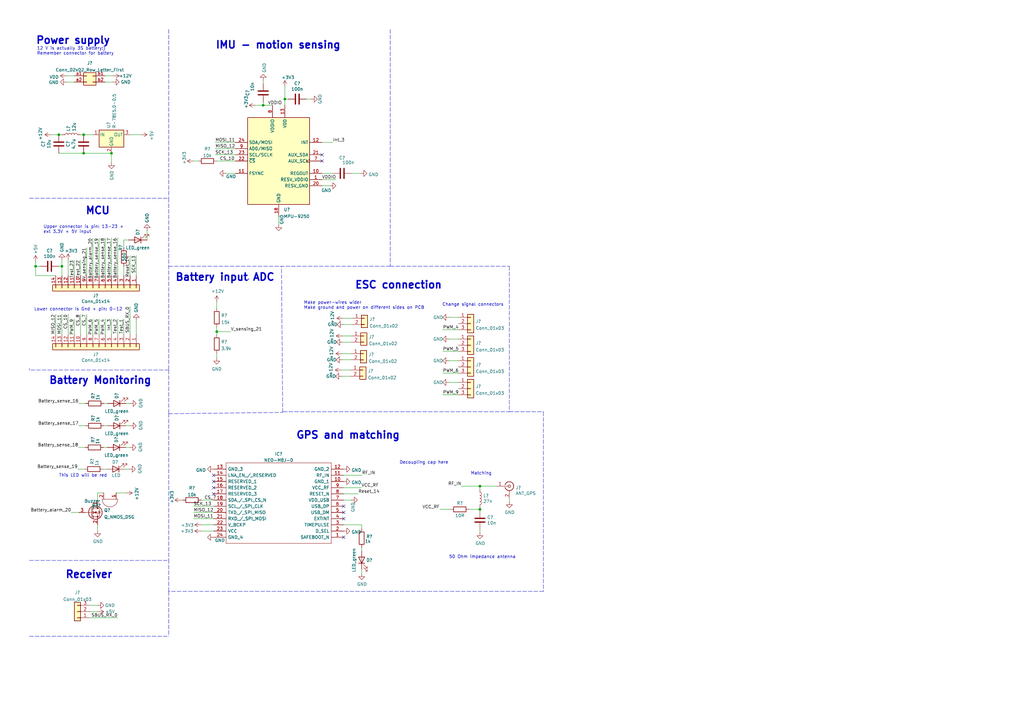
<source format=kicad_sch>
(kicad_sch (version 20211123) (generator eeschema)
  (paper "A3")
  (lib_symbols
    (symbol "Conn_01x14_1" (pin_names (offset 1.016) hide)
      (property "Reference" "J" (at 0 17.78 0))
      (property "Value" "Conn_01x14_1" (at 0 -20.32 0))
      (symbol "Conn_01x14_1_1_1"
        (rectangle (start -1.27 -17.653) (end 0 -17.907) (stroke (width 0.1524)))
        (rectangle (start -1.27 -15.113) (end 0 -15.367) (stroke (width 0.1524)))
        (rectangle (start -1.27 -12.573) (end 0 -12.827) (stroke (width 0.1524)))
        (rectangle (start -1.27 -10.033) (end 0 -10.287) (stroke (width 0.1524)))
        (rectangle (start -1.27 -7.493) (end 0 -7.747) (stroke (width 0.1524)))
        (rectangle (start -1.27 -4.953) (end 0 -5.207) (stroke (width 0.1524)))
        (rectangle (start -1.27 -2.413) (end 0 -2.667) (stroke (width 0.1524)))
        (rectangle (start -1.27 0.127) (end 0 -0.127) (stroke (width 0.1524)))
        (rectangle (start -1.27 2.667) (end 0 2.413) (stroke (width 0.1524)))
        (rectangle (start -1.27 5.207) (end 0 4.953) (stroke (width 0.1524)))
        (rectangle (start -1.27 7.747) (end 0 7.493) (stroke (width 0.1524)))
        (rectangle (start -1.27 10.287) (end 0 10.033) (stroke (width 0.1524)))
        (rectangle (start -1.27 12.827) (end 0 12.573) (stroke (width 0.1524)))
        (rectangle (start -1.27 15.367) (end 0 15.113) (stroke (width 0.1524)))
        (rectangle (start -1.27 16.51) (end 1.27 -19.05) (stroke (width 0.254)) (fill (type background)))
        (pin passive line (at -5.08 15.24 0) (length 3.81) (name "Pin_1") (number "1"))
        (pin passive line (at -5.08 -7.62 0) (length 3.81) (name "Pin_10") (number "10"))
        (pin passive line (at -5.08 -10.16 0) (length 3.81) (name "Pin_11") (number "11"))
        (pin passive line (at -5.08 -12.7 0) (length 3.81) (name "Pin_12") (number "12"))
        (pin passive line (at -5.08 -15.24 0) (length 3.81) (name "Pin_13") (number "13"))
        (pin passive line (at -5.08 -17.78 0) (length 3.81) (name "Pin_14") (number "14"))
        (pin passive line (at -5.08 12.7 0) (length 3.81) (name "Pin_2") (number "2"))
        (pin passive line (at -5.08 10.16 0) (length 3.81) (name "Pin_3") (number "3"))
        (pin passive line (at -5.08 7.62 0) (length 3.81) (name "Pin_4") (number "4"))
        (pin passive line (at -5.08 5.08 0) (length 3.81) (name "Pin_5") (number "5"))
        (pin passive line (at -5.08 2.54 0) (length 3.81) (name "Pin_6") (number "6"))
        (pin passive line (at -5.08 0 0) (length 3.81) (name "Pin_7") (number "7"))
        (pin passive line (at -5.08 -2.54 0) (length 3.81) (name "Pin_8") (number "8"))
        (pin passive line (at -5.08 -5.08 0) (length 3.81) (name "Pin_9") (number "9"))
      )
    )
    (symbol "Connector:Conn_Coaxial" (pin_names (offset 1.016) hide)
      (property "Reference" "J" (at 0.254 3.048 0))
      (property "Value" "Conn_Coaxial" (at 2.921 0 90))
      (symbol "Conn_Coaxial_0_1"
        (arc (start -1.778 -0.508) (mid 0.222 -1.808) (end 1.778 0) (stroke (width 0.254)))
        (polyline (pts (xy -2.54 0) (xy -0.508 0)))
        (polyline (pts (xy 0 -2.54) (xy 0 -1.778)))
        (circle (center 0 0) (radius 0.508) (stroke (width 0.2032)))
        (arc (start 1.778 0) (mid 0.222 1.8083) (end -1.778 0.508) (stroke (width 0.254)))
      )
      (symbol "Conn_Coaxial_1_1"
        (pin passive line (at -5.08 0 0) (length 2.54) (name "In") (number "1"))
        (pin passive line (at 0 -5.08 90) (length 2.54) (name "Ext") (number "2"))
      )
    )
    (symbol "Connector_Generic:Conn_01x02" (pin_names (offset 1.016) hide)
      (property "Reference" "J" (at 0 2.54 0))
      (property "Value" "Conn_01x02" (at 0 -5.08 0))
      (symbol "Conn_01x02_1_1"
        (rectangle (start -1.27 -2.413) (end 0 -2.667) (stroke (width 0.1524)))
        (rectangle (start -1.27 0.127) (end 0 -0.127) (stroke (width 0.1524)))
        (rectangle (start -1.27 1.27) (end 1.27 -3.81) (stroke (width 0.254)) (fill (type background)))
        (pin passive line (at -5.08 0 0) (length 3.81) (name "Pin_1") (number "1"))
        (pin passive line (at -5.08 -2.54 0) (length 3.81) (name "Pin_2") (number "2"))
      )
    )
    (symbol "Connector_Generic:Conn_01x03" (pin_names (offset 1.016) hide)
      (property "Reference" "J" (at 0 5.08 0))
      (property "Value" "Conn_01x03" (at 0 -5.08 0))
      (symbol "Conn_01x03_1_1"
        (rectangle (start -1.27 -2.413) (end 0 -2.667) (stroke (width 0.1524)))
        (rectangle (start -1.27 0.127) (end 0 -0.127) (stroke (width 0.1524)))
        (rectangle (start -1.27 2.667) (end 0 2.413) (stroke (width 0.1524)))
        (rectangle (start -1.27 3.81) (end 1.27 -3.81) (stroke (width 0.254)) (fill (type background)))
        (pin passive line (at -5.08 2.54 0) (length 3.81) (name "Pin_1") (number "1"))
        (pin passive line (at -5.08 0 0) (length 3.81) (name "Pin_2") (number "2"))
        (pin passive line (at -5.08 -2.54 0) (length 3.81) (name "Pin_3") (number "3"))
      )
    )
    (symbol "Connector_Generic:Conn_01x14" (pin_names (offset 1.016) hide)
      (property "Reference" "J" (at 0 17.78 0))
      (property "Value" "Conn_01x14" (at 0 -20.32 0))
      (symbol "Conn_01x14_1_1"
        (rectangle (start -1.27 -17.653) (end 0 -17.907) (stroke (width 0.1524)))
        (rectangle (start -1.27 -15.113) (end 0 -15.367) (stroke (width 0.1524)))
        (rectangle (start -1.27 -12.573) (end 0 -12.827) (stroke (width 0.1524)))
        (rectangle (start -1.27 -10.033) (end 0 -10.287) (stroke (width 0.1524)))
        (rectangle (start -1.27 -7.493) (end 0 -7.747) (stroke (width 0.1524)))
        (rectangle (start -1.27 -4.953) (end 0 -5.207) (stroke (width 0.1524)))
        (rectangle (start -1.27 -2.413) (end 0 -2.667) (stroke (width 0.1524)))
        (rectangle (start -1.27 0.127) (end 0 -0.127) (stroke (width 0.1524)))
        (rectangle (start -1.27 2.667) (end 0 2.413) (stroke (width 0.1524)))
        (rectangle (start -1.27 5.207) (end 0 4.953) (stroke (width 0.1524)))
        (rectangle (start -1.27 7.747) (end 0 7.493) (stroke (width 0.1524)))
        (rectangle (start -1.27 10.287) (end 0 10.033) (stroke (width 0.1524)))
        (rectangle (start -1.27 12.827) (end 0 12.573) (stroke (width 0.1524)))
        (rectangle (start -1.27 15.367) (end 0 15.113) (stroke (width 0.1524)))
        (rectangle (start -1.27 16.51) (end 1.27 -19.05) (stroke (width 0.254)) (fill (type background)))
        (pin passive line (at -5.08 15.24 0) (length 3.81) (name "Pin_1") (number "1"))
        (pin passive line (at -5.08 -7.62 0) (length 3.81) (name "Pin_10") (number "10"))
        (pin passive line (at -5.08 -10.16 0) (length 3.81) (name "Pin_11") (number "11"))
        (pin passive line (at -5.08 -12.7 0) (length 3.81) (name "Pin_12") (number "12"))
        (pin passive line (at -5.08 -15.24 0) (length 3.81) (name "Pin_13") (number "13"))
        (pin passive line (at -5.08 -17.78 0) (length 3.81) (name "Pin_14") (number "14"))
        (pin passive line (at -5.08 12.7 0) (length 3.81) (name "Pin_2") (number "2"))
        (pin passive line (at -5.08 10.16 0) (length 3.81) (name "Pin_3") (number "3"))
        (pin passive line (at -5.08 7.62 0) (length 3.81) (name "Pin_4") (number "4"))
        (pin passive line (at -5.08 5.08 0) (length 3.81) (name "Pin_5") (number "5"))
        (pin passive line (at -5.08 2.54 0) (length 3.81) (name "Pin_6") (number "6"))
        (pin passive line (at -5.08 0 0) (length 3.81) (name "Pin_7") (number "7"))
        (pin passive line (at -5.08 -2.54 0) (length 3.81) (name "Pin_8") (number "8"))
        (pin passive line (at -5.08 -5.08 0) (length 3.81) (name "Pin_9") (number "9"))
      )
    )
    (symbol "Connector_Generic:Conn_02x02_Row_Letter_First" (pin_names (offset 1.016) hide)
      (property "Reference" "J" (at 1.27 2.54 0))
      (property "Value" "Conn_02x02_Row_Letter_First" (at 1.27 -5.08 0))
      (symbol "Conn_02x02_Row_Letter_First_1_1"
        (rectangle (start -1.27 -2.413) (end 0 -2.667) (stroke (width 0.1524)))
        (rectangle (start -1.27 0.127) (end 0 -0.127) (stroke (width 0.1524)))
        (rectangle (start -1.27 1.27) (end 3.81 -3.81) (stroke (width 0.254)) (fill (type background)))
        (rectangle (start 3.81 -2.413) (end 2.54 -2.667) (stroke (width 0.1524)))
        (rectangle (start 3.81 0.127) (end 2.54 -0.127) (stroke (width 0.1524)))
        (pin passive line (at -5.08 0 0) (length 3.81) (name "Pin_a1") (number "a1"))
        (pin passive line (at -5.08 -2.54 0) (length 3.81) (name "Pin_a2") (number "a2"))
        (pin passive line (at 7.62 0 180) (length 3.81) (name "Pin_b1") (number "b1"))
        (pin passive line (at 7.62 -2.54 180) (length 3.81) (name "Pin_b2") (number "b2"))
      )
    )
    (symbol "Device:Buzzer" (pin_names (offset 0.0254) hide)
      (property "Reference" "BZ" (at 3.81 1.27 0))
      (property "Value" "Buzzer" (at 3.81 -1.27 0))
      (symbol "Buzzer_0_1"
        (arc (start 0 -3.175) (mid 3.175 0) (end 0 3.175))
        (polyline (pts (xy -1.651 1.905) (xy -1.143 1.905)))
        (polyline (pts (xy -1.397 2.159) (xy -1.397 1.651)))
        (polyline (pts (xy 0 3.175) (xy 0 -3.175)))
      )
      (symbol "Buzzer_1_1"
        (pin passive line (at -2.54 2.54 0) (length 2.54) (name "-") (number "1"))
        (pin passive line (at -2.54 -2.54 0) (length 2.54) (name "+") (number "2"))
      )
    )
    (symbol "Device:C" (pin_numbers hide) (pin_names (offset 0.254))
      (property "Reference" "C" (at 0.635 2.54 0))
      (property "Value" "C" (at 0.635 -2.54 0))
      (symbol "C_0_1"
        (polyline (pts (xy -2.032 -0.762) (xy 2.032 -0.762)) (stroke (width 0.508)))
        (polyline (pts (xy -2.032 0.762) (xy 2.032 0.762)) (stroke (width 0.508)))
      )
      (symbol "C_1_1"
        (pin passive line (at 0 3.81 270) (length 2.794) (name "~") (number "1"))
        (pin passive line (at 0 -3.81 90) (length 2.794) (name "~") (number "2"))
      )
    )
    (symbol "Device:L" (pin_numbers hide) (pin_names (offset 1.016) hide)
      (property "Reference" "L" (at -1.27 0 90))
      (property "Value" "L" (at 1.905 0 90))
      (symbol "L_0_1"
        (arc (start 0 -2.54) (mid 0.635 -1.905) (end 0 -1.27))
        (arc (start 0 -1.27) (mid 0.635 -0.635) (end 0 0))
        (arc (start 0 0) (mid 0.635 0.635) (end 0 1.27))
        (arc (start 0 1.27) (mid 0.635 1.905) (end 0 2.54))
      )
      (symbol "L_1_1"
        (pin passive line (at 0 3.81 270) (length 1.27) (name "1") (number "1"))
        (pin passive line (at 0 -3.81 90) (length 1.27) (name "2") (number "2"))
      )
    )
    (symbol "Device:LED" (pin_numbers hide) (pin_names (offset 1.016) hide)
      (property "Reference" "D" (at 0 2.54 0))
      (property "Value" "LED" (at 0 -2.54 0))
      (symbol "LED_0_1"
        (polyline (pts (xy -1.27 -1.27) (xy -1.27 1.27)) (stroke (width 0.254)))
        (polyline (pts (xy -1.27 0) (xy 1.27 0)))
        (polyline (pts (xy 1.27 -1.27) (xy 1.27 1.27) (xy -1.27 0) (xy 1.27 -1.27)) (stroke (width 0.254)))
        (polyline (pts (xy -3.048 -0.762) (xy -4.572 -2.286) (xy -3.81 -2.286) (xy -4.572 -2.286) (xy -4.572 -1.524)))
        (polyline (pts (xy -1.778 -0.762) (xy -3.302 -2.286) (xy -2.54 -2.286) (xy -3.302 -2.286) (xy -3.302 -1.524)))
      )
      (symbol "LED_1_1"
        (pin passive line (at -3.81 0 0) (length 2.54) (name "K") (number "1"))
        (pin passive line (at 3.81 0 180) (length 2.54) (name "A") (number "2"))
      )
    )
    (symbol "Device:Q_NMOS_DSG" (pin_names (offset 0) hide)
      (property "Reference" "Q" (at 5.08 1.27 0))
      (property "Value" "Q_NMOS_DSG" (at 5.08 -1.27 0))
      (symbol "Q_NMOS_DSG_0_1"
        (polyline (pts (xy 0.254 0) (xy -2.54 0)))
        (polyline (pts (xy 0.254 1.905) (xy 0.254 -1.905)) (stroke (width 0.254)))
        (polyline (pts (xy 0.762 -1.27) (xy 0.762 -2.286)) (stroke (width 0.254)))
        (polyline (pts (xy 0.762 0.508) (xy 0.762 -0.508)) (stroke (width 0.254)))
        (polyline (pts (xy 0.762 2.286) (xy 0.762 1.27)) (stroke (width 0.254)))
        (polyline (pts (xy 2.54 2.54) (xy 2.54 1.778)))
        (polyline (pts (xy 2.54 -2.54) (xy 2.54 0) (xy 0.762 0)))
        (polyline (pts (xy 0.762 -1.778) (xy 3.302 -1.778) (xy 3.302 1.778) (xy 0.762 1.778)))
        (polyline (pts (xy 1.016 0) (xy 2.032 0.381) (xy 2.032 -0.381) (xy 1.016 0)) (fill (type outline)))
        (polyline (pts (xy 2.794 0.508) (xy 2.921 0.381) (xy 3.683 0.381) (xy 3.81 0.254)))
        (polyline (pts (xy 3.302 0.381) (xy 2.921 -0.254) (xy 3.683 -0.254) (xy 3.302 0.381)))
        (circle (center 1.651 0) (radius 2.794) (stroke (width 0.254)))
        (circle (center 2.54 -1.778) (radius 0.254) (fill (type outline)))
        (circle (center 2.54 1.778) (radius 0.254) (fill (type outline)))
      )
      (symbol "Q_NMOS_DSG_1_1"
        (pin passive line (at 2.54 5.08 270) (length 2.54) (name "D") (number "1"))
        (pin passive line (at 2.54 -5.08 90) (length 2.54) (name "S") (number "2"))
        (pin input line (at -5.08 0 0) (length 2.54) (name "G") (number "3"))
      )
    )
    (symbol "Device:R" (pin_numbers hide) (pin_names (offset 0))
      (property "Reference" "R" (at 2.032 0 90))
      (property "Value" "R" (at 0 0 90))
      (symbol "R_0_1"
        (rectangle (start -1.016 -2.54) (end 1.016 2.54) (stroke (width 0.254)))
      )
      (symbol "R_1_1"
        (pin passive line (at 0 3.81 270) (length 1.27) (name "~") (number "1"))
        (pin passive line (at 0 -3.81 90) (length 1.27) (name "~") (number "2"))
      )
    )
    (symbol "Regulator_Switching:R-78E5.0-0.5" (pin_names (offset 0.254))
      (property "Reference" "U" (at -3.81 3.175 0))
      (property "Value" "R-78E5.0-0.5" (at 0 3.175 0))
      (symbol "R-78E5.0-0.5_0_1"
        (rectangle (start -5.08 1.905) (end 5.08 -5.08) (stroke (width 0.254)) (fill (type background)))
      )
      (symbol "R-78E5.0-0.5_1_1"
        (pin power_in line (at -7.62 0 0) (length 2.54) (name "IN") (number "1"))
        (pin power_in line (at 0 -7.62 90) (length 2.54) (name "GND") (number "2"))
        (pin power_out line (at 7.62 0 180) (length 2.54) (name "OUT") (number "3"))
      )
    )
    (symbol "Sensor_Motion:MPU-9250"
      (property "Reference" "U" (at -11.43 19.05 0))
      (property "Value" "MPU-9250" (at 7.62 -19.05 0))
      (symbol "MPU-9250_0_1"
        (rectangle (start -12.7 17.78) (end 12.7 -17.78) (stroke (width 0.254)) (fill (type background)))
      )
      (symbol "MPU-9250_1_1"
        (pin input line (at 17.78 -7.62 180) (length 5.08) (name "RESV_VDDIO") (number "1"))
        (pin passive line (at 17.78 -5.08 180) (length 5.08) (name "REGOUT") (number "10"))
        (pin input line (at -17.78 -5.08 0) (length 5.08) (name "FSYNC") (number "11"))
        (pin output line (at 17.78 7.62 180) (length 5.08) (name "INT") (number "12"))
        (pin power_in line (at 2.54 22.86 270) (length 5.08) (name "VDD") (number "13"))
        (pin power_in line (at 0 -22.86 90) (length 5.08) (name "GND") (number "18"))
        (pin power_in line (at 17.78 -10.16 180) (length 5.08) (name "RESV_GND") (number "20"))
        (pin bidirectional line (at 17.78 2.54 180) (length 5.08) (name "AUX_SDA") (number "21"))
        (pin input line (at -17.78 0 0) (length 5.08) (name "~{CS}") (number "22"))
        (pin input line (at -17.78 2.54 0) (length 5.08) (name "SCL/SCLK") (number "23"))
        (pin bidirectional line (at -17.78 7.62 0) (length 5.08) (name "SDA/MOSI") (number "24"))
        (pin output clock (at 17.78 0 180) (length 5.08) (name "AUX_SCL") (number "7"))
        (pin power_in line (at -2.54 22.86 270) (length 5.08) (name "VDDIO") (number "8"))
        (pin bidirectional line (at -17.78 5.08 0) (length 5.08) (name "AD0/MISO") (number "9"))
      )
    )
    (symbol "gps 1:NEO-M8J-0" (pin_names (offset 0.762))
      (property "Reference" "IC" (at 49.53 7.62 0))
      (property "Value" "NEO-M8J-0" (at 49.53 5.08 0))
      (symbol "NEO-M8J-0_0_0"
        (pin passive line (at 53.34 -27.94 180) (length 5.08) (name "SAFEBOOT_N") (number "1"))
        (pin passive line (at 53.34 -5.08 180) (length 5.08) (name "GND_1") (number "10"))
        (pin passive line (at 53.34 -2.54 180) (length 5.08) (name "RF_IN") (number "11"))
        (pin passive line (at 53.34 0 180) (length 5.08) (name "GND_2") (number "12"))
        (pin passive line (at 0 0 0) (length 5.08) (name "GND_3") (number "13"))
        (pin passive line (at 0 -2.54 0) (length 5.08) (name "LNA_EN_/_RESERVED") (number "14"))
        (pin passive line (at 0 -5.08 0) (length 5.08) (name "RESERVED_1") (number "15"))
        (pin passive line (at 0 -7.62 0) (length 5.08) (name "RESERVED_2") (number "16"))
        (pin passive line (at 0 -10.16 0) (length 5.08) (name "RESERVED_3") (number "17"))
        (pin passive line (at 0 -12.7 0) (length 5.08) (name "SDA_/_SPI_CS_N") (number "18"))
        (pin passive line (at 0 -15.24 0) (length 5.08) (name "SCL_/_SPI_CLK") (number "19"))
        (pin passive line (at 53.34 -25.4 180) (length 5.08) (name "D_SEL") (number "2"))
        (pin passive line (at 0 -17.78 0) (length 5.08) (name "TXD_/_SPI_MISO") (number "20"))
        (pin passive line (at 0 -20.32 0) (length 5.08) (name "RXD_/_SPI_MOSI") (number "21"))
        (pin passive line (at 0 -22.86 0) (length 5.08) (name "V_BCKP") (number "22"))
        (pin passive line (at 0 -25.4 0) (length 5.08) (name "VCC") (number "23"))
        (pin passive line (at 0 -27.94 0) (length 5.08) (name "GND_4") (number "24"))
        (pin passive line (at 53.34 -22.86 180) (length 5.08) (name "TIMEPULSE") (number "3"))
        (pin passive line (at 53.34 -20.32 180) (length 5.08) (name "EXTINT") (number "4"))
        (pin passive line (at 53.34 -17.78 180) (length 5.08) (name "USB_DM") (number "5"))
        (pin passive line (at 53.34 -15.24 180) (length 5.08) (name "USB_DP") (number "6"))
        (pin passive line (at 53.34 -12.7 180) (length 5.08) (name "VDD_USB") (number "7"))
        (pin passive line (at 53.34 -10.16 180) (length 5.08) (name "RESET_N") (number "8"))
        (pin passive line (at 53.34 -7.62 180) (length 5.08) (name "VCC_RF") (number "9"))
      )
      (symbol "NEO-M8J-0_0_1"
        (polyline (pts (xy 5.08 2.54) (xy 48.26 2.54) (xy 48.26 -30.48) (xy 5.08 -30.48) (xy 5.08 2.54)) (stroke (width 0.1524)))
      )
    )
    (symbol "power:+12V" (power) (pin_names (offset 0))
      (property "Value" "+12V" (at 0 3.556 0))
      (symbol "+12V_0_1"
        (polyline (pts (xy -0.762 1.27) (xy 0 2.54)))
        (polyline (pts (xy 0 0) (xy 0 2.54)))
        (polyline (pts (xy 0 2.54) (xy 0.762 1.27)))
      )
      (symbol "+12V_1_1"
        (pin power_in line (at 0 0 90) (length 0) hide (name "+12V") (number "1"))
      )
    )
    (symbol "power:+3.3V" (power) (pin_names (offset 0))
      (property "Value" "+3.3V" (at 0 3.556 0))
      (symbol "+3.3V_0_1"
        (polyline (pts (xy -0.762 1.27) (xy 0 2.54)))
        (polyline (pts (xy 0 0) (xy 0 2.54)))
        (polyline (pts (xy 0 2.54) (xy 0.762 1.27)))
      )
      (symbol "+3.3V_1_1"
        (pin power_in line (at 0 0 90) (length 0) hide (name "+3V3") (number "1"))
      )
    )
    (symbol "power:+5V" (power) (pin_names (offset 0))
      (property "Value" "+5V" (at 0 3.556 0))
      (symbol "+5V_0_1"
        (polyline (pts (xy -0.762 1.27) (xy 0 2.54)))
        (polyline (pts (xy 0 0) (xy 0 2.54)))
        (polyline (pts (xy 0 2.54) (xy 0.762 1.27)))
      )
      (symbol "+5V_1_1"
        (pin power_in line (at 0 0 90) (length 0) hide (name "+5V") (number "1"))
      )
    )
    (symbol "power:GND" (power) (pin_names (offset 0))
      (property "Value" "GND" (at 0 -3.81 0))
      (symbol "GND_0_1"
        (polyline (pts (xy 0 0) (xy 0 -1.27) (xy 1.27 -1.27) (xy 0 -2.54) (xy -1.27 -1.27) (xy 0 -1.27)))
      )
      (symbol "GND_1_1"
        (pin power_in line (at 0 0 270) (length 0) hide (name "GND") (number "1"))
      )
    )
    (symbol "power:VDD" (power) (pin_names (offset 0))
      (property "Value" "VDD" (at 0 3.81 0))
      (symbol "VDD_0_1"
        (polyline (pts (xy -0.762 1.27) (xy 0 2.54)))
        (polyline (pts (xy 0 0) (xy 0 2.54)))
        (polyline (pts (xy 0 2.54) (xy 0.762 1.27)))
      )
      (symbol "VDD_1_1"
        (pin power_in line (at 0 0 90) (length 0) hide (name "VDD") (number "1"))
      )
    )
  )
  (junction (at 14.605 109.22))
  (junction (at 45.72 62.865))
  (junction (at 25.4 109.22))
  (junction (at 196.85 199.39))
  (junction (at 34.29 55.245))
  (junction (at 196.85 208.915))
  (junction (at 24.13 55.245))
  (junction (at 107.95 43.18))
  (junction (at 34.29 62.865))
  (junction (at 116.84 40.64))
  (junction (at 88.9 136.017))
  (no_connect (at 87.63 197.485))
  (no_connect (at 140.97 212.725))
  (no_connect (at 140.97 210.185))
  (no_connect (at 132.08 63.5))
  (no_connect (at 87.63 200.025))
  (no_connect (at 140.97 220.345))
  (no_connect (at 140.97 207.645))
  (no_connect (at 132.08 66.04))
  (no_connect (at 87.63 202.565))
  (no_connect (at 87.63 194.945))
  (wire (pts (xy 52.959 192.405) (xy 51.308 192.405)))
  (wire (pts (xy 140.081 151.765) (xy 143.764 151.765)))
  (wire (pts (xy 36.83 248.285) (xy 40.005 248.285)))
  (wire (pts (xy 55.88 104.775) (xy 55.88 113.03)))
  (polyline (pts (xy 69.215 151.765) (xy 12.065 151.765)))
  (wire (pts (xy 24.13 55.245) (xy 25.4 55.245)))
  (wire (pts (xy 74.295 205.105) (xy 74.93 205.105)))
  (wire (pts (xy 40.005 202.184) (xy 42.545 202.184)))
  (wire (pts (xy 88.9 144.907) (xy 88.9 146.812)))
  (wire (pts (xy 50.8 130.81) (xy 50.8 137.16)))
  (wire (pts (xy 140.462 137.795) (xy 144.145 137.795)))
  (wire (pts (xy 29.21 210.185) (xy 32.385 210.185)))
  (wire (pts (xy 140.97 205.105) (xy 144.018 205.105)))
  (polyline (pts (xy 101.6 114.681) (xy 102.108 114.3)))
  (wire (pts (xy 88.9 134.112) (xy 88.9 136.017)))
  (wire (pts (xy 180.34 208.915) (xy 184.785 208.915)))
  (wire (pts (xy 114.3 92.075) (xy 114.3 88.9)))
  (wire (pts (xy 45.72 66.675) (xy 45.72 62.865)))
  (wire (pts (xy 92.71 71.12) (xy 96.52 71.12)))
  (wire (pts (xy 181.61 153.035) (xy 187.96 153.035)))
  (wire (pts (xy 132.08 71.12) (xy 136.525 71.12)))
  (wire (pts (xy 32.258 165.481) (xy 35.052 165.481)))
  (wire (pts (xy 148.336 215.265) (xy 148.336 216.916)))
  (wire (pts (xy 79.375 212.725) (xy 87.63 212.725)))
  (wire (pts (xy 88.9 123.825) (xy 88.9 126.492)))
  (polyline (pts (xy 12.065 229.87) (xy 69.215 229.87)))
  (wire (pts (xy 40.64 130.81) (xy 40.64 137.16)))
  (wire (pts (xy 30.48 130.81) (xy 30.48 137.16)))
  (polyline (pts (xy 69.215 169.545) (xy 69.215 229.87)))
  (wire (pts (xy 53.34 104.902) (xy 53.34 113.03)))
  (wire (pts (xy 132.08 73.66) (xy 137.795 73.66)))
  (wire (pts (xy 140.97 200.025) (xy 148.209 200.025)))
  (wire (pts (xy 116.84 40.64) (xy 116.84 43.18)))
  (wire (pts (xy 46.355 33.655) (xy 43.18 33.655)))
  (wire (pts (xy 25.4 109.22) (xy 25.4 113.03)))
  (wire (pts (xy 140.716 130.556) (xy 144.399 130.556)))
  (wire (pts (xy 88.265 60.96) (xy 96.52 60.96)))
  (wire (pts (xy 43.942 183.515) (xy 42.545 183.515)))
  (wire (pts (xy 181.61 144.145) (xy 187.96 144.145)))
  (wire (pts (xy 88.9 136.017) (xy 88.9 137.287)))
  (wire (pts (xy 27.305 33.655) (xy 30.48 33.655)))
  (wire (pts (xy 36.83 250.825) (xy 40.005 250.825)))
  (wire (pts (xy 184.15 147.955) (xy 187.96 147.955)))
  (wire (pts (xy 82.55 205.105) (xy 87.63 205.105)))
  (wire (pts (xy 107.95 34.29) (xy 107.95 33.02)))
  (wire (pts (xy 46.355 31.115) (xy 43.18 31.115)))
  (wire (pts (xy 79.375 207.645) (xy 87.63 207.645)))
  (wire (pts (xy 184.15 156.845) (xy 187.96 156.845)))
  (wire (pts (xy 14.605 113.03) (xy 22.86 113.03)))
  (wire (pts (xy 196.85 200.66) (xy 196.85 199.39)))
  (wire (pts (xy 32.131 183.515) (xy 34.925 183.515)))
  (wire (pts (xy 147.955 71.12) (xy 144.145 71.12)))
  (wire (pts (xy 140.208 154.305) (xy 143.764 154.305)))
  (wire (pts (xy 196.85 208.915) (xy 196.85 208.28)))
  (wire (pts (xy 31.877 192.405) (xy 34.671 192.405)))
  (wire (pts (xy 53.34 174.625) (xy 51.689 174.625)))
  (wire (pts (xy 140.335 145.034) (xy 144.018 145.034)))
  (wire (pts (xy 24.13 62.865) (xy 34.29 62.865)))
  (wire (pts (xy 48.26 97.536) (xy 48.26 113.03)))
  (wire (pts (xy 107.95 43.18) (xy 107.95 41.91)))
  (wire (pts (xy 14.605 109.22) (xy 14.605 113.03)))
  (wire (pts (xy 82.423 217.805) (xy 87.63 217.805)))
  (wire (pts (xy 116.84 35.56) (xy 116.84 40.64)))
  (wire (pts (xy 33.02 106.68) (xy 33.02 113.03)))
  (wire (pts (xy 33.02 55.245) (xy 34.29 55.245)))
  (polyline (pts (xy 116.205 168.91) (xy 208.915 168.91)))
  (polyline (pts (xy 102.108 114.3) (xy 101.727 114.808)))
  (polyline (pts (xy 69.215 242.57) (xy 69.215 229.87)))
  (polyline (pts (xy 115.951 169.164) (xy 115.443 109.22)))
  (wire (pts (xy 50.8 98.425) (xy 50.8 101.6)))
  (wire (pts (xy 148.336 225.933) (xy 148.336 224.536)))
  (wire (pts (xy 104.775 43.18) (xy 107.95 43.18)))
  (wire (pts (xy 140.589 140.335) (xy 144.145 140.335)))
  (wire (pts (xy 203.835 199.39) (xy 196.85 199.39)))
  (wire (pts (xy 79.375 66.04) (xy 81.28 66.04)))
  (wire (pts (xy 38.1 130.81) (xy 38.1 137.16)))
  (wire (pts (xy 140.97 202.565) (xy 146.939 202.565)))
  (wire (pts (xy 118.11 40.64) (xy 116.84 40.64)))
  (wire (pts (xy 50.8 98.425) (xy 52.705 98.425)))
  (wire (pts (xy 196.85 218.44) (xy 196.85 217.17)))
  (wire (pts (xy 14.605 107.315) (xy 14.605 109.22)))
  (wire (pts (xy 79.375 210.185) (xy 87.63 210.185)))
  (wire (pts (xy 148.336 235.204) (xy 148.336 233.553)))
  (wire (pts (xy 135.255 76.2) (xy 132.08 76.2)))
  (wire (pts (xy 181.61 135.255) (xy 187.96 135.255)))
  (wire (pts (xy 127.635 40.64) (xy 125.73 40.64)))
  (wire (pts (xy 47.625 202.184) (xy 51.689 202.184)))
  (wire (pts (xy 27.94 106.68) (xy 27.94 113.03)))
  (polyline (pts (xy 69.215 12.065) (xy 69.215 81.28)))
  (wire (pts (xy 43.688 192.405) (xy 42.291 192.405)))
  (wire (pts (xy 184.15 139.065) (xy 187.96 139.065)))
  (wire (pts (xy 25.4 128.905) (xy 25.4 137.16)))
  (wire (pts (xy 53.34 55.245) (xy 57.785 55.245)))
  (wire (pts (xy 27.305 31.115) (xy 30.48 31.115)))
  (wire (pts (xy 40.005 215.265) (xy 40.005 217.678)))
  (wire (pts (xy 30.48 106.68) (xy 30.48 113.03)))
  (wire (pts (xy 53.34 125.73) (xy 53.34 137.16)))
  (wire (pts (xy 43.18 97.536) (xy 43.18 113.03)))
  (polyline (pts (xy 12.065 151.13) (xy 12.065 151.765)))
  (wire (pts (xy 48.26 253.365) (xy 36.83 253.365)))
  (wire (pts (xy 88.265 58.42) (xy 96.52 58.42)))
  (wire (pts (xy 140.97 215.265) (xy 148.336 215.265)))
  (polyline (pts (xy 208.915 168.91) (xy 222.885 168.91)))
  (wire (pts (xy 14.605 109.22) (xy 16.51 109.22)))
  (wire (pts (xy 88.9 66.04) (xy 96.52 66.04)))
  (polyline (pts (xy 69.215 109.22) (xy 160.02 109.22)))
  (wire (pts (xy 32.258 174.625) (xy 35.052 174.625)))
  (wire (pts (xy 181.61 161.925) (xy 187.96 161.925)))
  (polyline (pts (xy 69.215 81.28) (xy 69.215 151.765)))
  (wire (pts (xy 22.86 128.905) (xy 22.86 137.16)))
  (wire (pts (xy 38.1 97.663) (xy 38.1 113.03)))
  (wire (pts (xy 25.4 106.68) (xy 25.4 109.22)))
  (wire (pts (xy 196.85 208.915) (xy 196.85 209.55)))
  (wire (pts (xy 107.95 43.18) (xy 111.76 43.18)))
  (wire (pts (xy 40.005 202.184) (xy 40.005 205.105)))
  (polyline (pts (xy 69.215 151.765) (xy 69.215 169.672)))
  (wire (pts (xy 34.29 62.865) (xy 45.72 62.865)))
  (polyline (pts (xy 160.02 109.22) (xy 208.915 109.22)))
  (wire (pts (xy 88.9 136.017) (xy 94.615 136.017)))
  (polyline (pts (xy 69.215 242.57) (xy 69.215 260.985)))
  (wire (pts (xy 43.18 130.81) (xy 43.18 137.16)))
  (polyline (pts (xy 222.885 242.57) (xy 69.215 242.57)))
  (polyline (pts (xy 222.885 168.91) (xy 222.885 242.57)))
  (wire (pts (xy 44.069 174.625) (xy 42.672 174.625)))
  (wire (pts (xy 45.72 97.536) (xy 45.72 113.03)))
  (wire (pts (xy 40.64 97.663) (xy 40.64 113.03)))
  (wire (pts (xy 53.213 183.515) (xy 51.562 183.515)))
  (wire (pts (xy 20.955 55.245) (xy 24.13 55.245)))
  (polyline (pts (xy 160.02 12.065) (xy 160.02 109.22)))
  (wire (pts (xy 24.13 109.22) (xy 25.4 109.22)))
  (polyline (pts (xy 69.215 169.672) (xy 115.951 169.164)))
  (wire (pts (xy 27.94 128.905) (xy 27.94 137.16)))
  (wire (pts (xy 53.34 165.481) (xy 51.689 165.481)))
  (wire (pts (xy 208.915 205.74) (xy 208.915 204.47)))
  (wire (pts (xy 35.56 101.6) (xy 35.56 113.03)))
  (wire (pts (xy 132.08 58.42) (xy 136.525 58.42)))
  (wire (pts (xy 60.325 94.615) (xy 60.325 98.425)))
  (wire (pts (xy 88.265 63.5) (xy 96.52 63.5)))
  (wire (pts (xy 34.29 55.245) (xy 38.1 55.245)))
  (polyline (pts (xy 208.915 109.22) (xy 208.915 168.91)))
  (wire (pts (xy 35.56 128.905) (xy 35.56 137.16)))
  (wire (pts (xy 140.97 194.945) (xy 148.463 194.945)))
  (wire (pts (xy 140.462 147.574) (xy 144.018 147.574)))
  (polyline (pts (xy 12.065 81.28) (xy 69.215 81.28)))
  (polyline (pts (xy 12.065 260.985) (xy 69.215 260.985)))
  (wire (pts (xy 184.15 130.175) (xy 187.96 130.175)))
  (wire (pts (xy 192.405 208.915) (xy 196.85 208.915)))
  (wire (pts (xy 44.069 165.481) (xy 42.672 165.481)))
  (wire (pts (xy 48.26 130.81) (xy 48.26 137.16)))
  (wire (pts (xy 50.8 109.22) (xy 50.8 113.03)))
  (wire (pts (xy 55.88 131.445) (xy 55.88 137.16)))
  (wire (pts (xy 82.423 215.265) (xy 87.63 215.265)))
  (wire (pts (xy 140.843 133.096) (xy 144.399 133.096)))
  (wire (pts (xy 33.02 128.905) (xy 33.02 137.16)))
  (wire (pts (xy 196.85 199.39) (xy 189.23 199.39)))
  (wire (pts (xy 45.72 130.81) (xy 45.72 137.16)))
  (text "12 V is actually 3S battery:)\nRemember connector for battery" (at 15.113 22.733 0) (effects (font (size 1.27 1.27)) (justify left bottom)))
  (text "Lower connector is Gnd + pin: 0-12" (at 13.97 127.635 0) (effects (font (size 1.27 1.27)) (justify left bottom)))
  (text "Make power-wires wider\nMake ground and power on different sides on PCB\n" (at 124.587 127 0) (effects (font (size 1.27 1.27)) (justify left bottom)))
  (text "Receiver" (at 26.67 237.49 0) (effects (font (size 3 3) (thickness 0.6) bold) (justify left bottom)))
  (text "50 Ohm impedance antenna\n" (at 184.15 229.235 0) (effects (font (size 1.27 1.27)) (justify left bottom)))
  (text "ESC connection" (at 145.415 118.745 0) (effects (font (size 3 3) bold) (justify left bottom)))
  (text "Upper connector is pin: 13-23 + \next 3.3V + 5V input" (at 17.78 95.885 0) (effects (font (size 1.27 1.27)) (justify left bottom)))
  (text "Battery Monitoring" (at 19.939 157.861 0) (effects (font (size 3 3) (thickness 0.6) bold) (justify left bottom)))
  (text "MCU\n" (at 34.925 88.265 0) (effects (font (size 3 3) (thickness 0.6) bold) (justify left bottom)))
  (text "Change signal connectors" (at 181.356 125.73 0) (effects (font (size 1.27 1.27)) (justify left bottom)))
  (text "Matching\n" (at 193.04 194.945 0) (effects (font (size 1.27 1.27)) (justify left bottom)))
  (text "GPS and matching" (at 121.285 180.34 0) (effects (font (size 3 3) bold) (justify left bottom)))
  (text "Battery input ADC\n" (at 71.755 115.57 0) (effects (font (size 3 3) (thickness 0.6) bold) (justify left bottom)))
  (text "IMU - motion sensing" (at 88.265 20.32 0) (effects (font (size 3 3) (thickness 0.6) bold) (justify left bottom)))
  (text "Power supply" (at 14.605 18.415 0) (effects (font (size 2.9972 2.9972) (thickness 0.5994) bold) (justify left bottom)))
  (text "This LED will be red\n" (at 24.13 195.834 0) (effects (font (size 1.27 1.27)) (justify left bottom)))
  (text "Decoupling cap here" (at 163.83 190.5 0) (effects (font (size 1.27 1.27)) (justify left bottom)))
  (label "CS_10" (at 90.17 66.04 0))
  (label "SCK_13" (at 55.88 104.775 270))
  (label "Test_23" (at 30.48 106.68 270))
  (label "SBUS_RX_0" (at 48.26 253.365 180))
  (label "Int_3" (at 136.525 58.42 0))
  (label "Battery_sense_17" (at 45.72 97.536 270))
  (label "Reset_14" (at 146.939 202.565 0))
  (label "PWM_4" (at 43.18 130.81 270))
  (label "Reset_14" (at 53.34 104.902 270))
  (label "PWM_9" (at 30.48 130.81 270))
  (label "Battery_alarm_20" (at 29.21 210.185 180))
  (label "VCC_RF" (at 180.34 208.915 180))
  (label "SCK_13" (at 88.265 63.5 0))
  (label "MOSI_11" (at 25.4 128.905 270))
  (label "Battery_sense_16" (at 32.258 165.481 180))
  (label "Battery_sense_19" (at 31.877 192.405 180))
  (label "MOSI_11" (at 88.265 58.42 0))
  (label "Test_1" (at 50.8 130.81 270))
  (label "PWM_6" (at 181.61 153.035 0))
  (label "Battery_alarm_20" (at 38.1 97.663 270))
  (label "PWM_9" (at 181.61 161.925 0))
  (label "Test_2" (at 48.26 130.81 270))
  (label "MISO_12" (at 79.375 210.185 0))
  (label "VDDIO" (at 109.855 43.18 0))
  (label "MISO_12" (at 22.86 128.905 270))
  (label "Battery_sense_19" (at 40.64 97.663 270))
  (label "PWM_5" (at 40.64 130.81 270))
  (label "CS_7" (at 83.82 205.105 0))
  (label "CS_8" (at 33.02 128.905 270))
  (label "Battery_sense_18" (at 32.131 183.515 180))
  (label "SBUS_RX_0" (at 53.34 125.73 270))
  (label "RF_IN" (at 148.463 194.945 0))
  (label "PWM_6" (at 38.1 130.81 270))
  (label "CS_10" (at 27.94 128.905 270))
  (label "Battery_sense_16" (at 48.26 97.536 270))
  (label "Battery_sense_18" (at 43.18 97.536 270))
  (label "PWM_4" (at 181.61 135.255 0))
  (label "Test_22" (at 33.02 106.68 270))
  (label "PWM_5" (at 181.61 144.145 0))
  (label "SCK_13" (at 79.375 207.645 0))
  (label "VCC_RF" (at 148.209 200.025 0))
  (label "Int_3" (at 45.72 130.81 270))
  (label "Battery_sense_17" (at 32.258 174.625 180))
  (label "RF_IN" (at 189.23 199.39 180))
  (label "V_sensing_21" (at 35.56 101.6 270))
  (label "VDDIO" (at 137.795 73.66 180))
  (label "MISO_12" (at 88.265 60.96 0))
  (label "MOSI_11" (at 79.375 212.725 0))
  (label "CS_7" (at 35.56 128.905 270))
  (label "V_sensing_21" (at 94.615 136.017 0))
  (symbol (lib_id "power:+12V") (at 20.955 55.245 90) (unit 1)
    (property "Reference" "#PWR?" (effects hide))
    (property "Value" "+12V" (at 16.5608 54.864 0))
  )
  (symbol (lib_id "power:GND") (at 45.72 66.675 0) (unit 1)
    (property "Reference" "#PWR?" (effects hide))
    (property "Value" "GND" (at 45.847 69.9262 90) (effects (justify right)))
  )
  (symbol (lib_id "Connector_Generic:Conn_01x14") (at 40.64 118.11 270) (unit 1)
    (property "Reference" "J?" (at 39.2684 121.285 90))
    (property "Value" "Conn_01x14" (at 39.2684 123.5964 90))
  )
  (symbol (lib_id "power:+5V") (at 57.785 55.245 270) (unit 1)
    (property "Reference" "#PWR?" (effects hide))
    (property "Value" "+5V" (at 62.1792 55.626 0))
  )
  (symbol (lib_id "Regulator_Switching:R-78E5.0-0.5") (at 45.72 55.245 0) (unit 1)
    (property "Reference" "U?" (at 44.5516 52.6034 90) (effects (justify left)))
    (property "Value" "R-78E5.0-0.5" (at 46.863 52.6034 90) (effects (justify left)))
    (property "Footprint" "Converter_DCDC:Converter_DCDC_RECOM_R-78E-0.5_THT" (effects hide))
    (property "Datasheet" "https://www.recom-power.com/pdf/Innoline/R-78Exx-0.5.pdf" (effects hide))
  )
  (symbol (lib_id "Device:C") (at 34.29 59.055 0) (unit 1)
    (property "Reference" "C?" (at 27.8892 59.055 90))
    (property "Value" "4.7u" (at 30.2006 59.055 90))
  )
  (symbol (lib_id "Device:C") (at 24.13 59.055 0) (unit 1)
    (property "Reference" "C?" (at 17.7292 59.055 90))
    (property "Value" "10u" (at 20.0406 59.055 90))
  )
  (symbol (lib_id "Device:L") (at 29.21 55.245 90) (unit 1)
    (property "Reference" "L?" (at 28.0416 53.8988 0) (effects (justify left)))
    (property "Value" "12u" (at 30.353 53.8988 0) (effects (justify left)))
  )
  (symbol (lib_id "power:GND") (at 55.88 131.445 180) (unit 1)
    (property "Reference" "#PWR?" (effects hide))
    (property "Value" "GND" (at 55.88 128.27 90) (effects (justify right)))
  )
  (symbol (lib_id "Connector_Generic:Conn_02x02_Row_Letter_First") (at 35.56 31.115 0) (unit 1)
    (property "Reference" "J?" (at 36.83 25.8785 0))
    (property "Value" "Conn_02x02_Row_Letter_First" (at 36.83 28.6536 0))
  )
  (symbol (lib_id "power:GND") (at 87.63 220.345 270) (unit 1)
    (property "Reference" "#PWR?" (effects hide))
    (property "Value" "GND" (at 88.138 221.615 90) (effects (justify left)))
  )
  (symbol (lib_id "power:GND") (at 140.97 192.405 90) (unit 1)
    (property "Reference" "#PWR?" (effects hide))
    (property "Value" "GND" (at 144.145 192.8388 90) (effects (justify right)))
  )
  (symbol (lib_id "power:GND") (at 140.462 147.574 270) (unit 1)
    (property "Reference" "#PWR?" (effects hide))
    (property "Value" "GND" (at 133.985 147.574 90) (effects (justify left)))
  )
  (symbol (lib_id "power:GND") (at 60.325 94.615 180) (unit 1)
    (property "Reference" "#PWR?" (effects hide))
    (property "Value" "GND" (at 60.325 91.44 90) (effects (justify right)))
  )
  (symbol (lib_id "power:GND") (at 140.208 154.305 270) (unit 1)
    (property "Reference" "#PWR?" (effects hide))
    (property "Value" "GND" (at 133.731 154.305 90) (effects (justify left)))
  )
  (symbol (lib_id "gps 1:NEO-M8J-0") (at 87.63 192.405 0) (unit 1)
    (property "Reference" "IC?" (at 114.3 186.216 0))
    (property "Value" "NEO-M8J-0" (at 114.3 188.7529 0))
    (property "Footprint" "NEOM8J0" (effects hide))
    (property "Datasheet" "https://www.mouser.in/datasheet/2/1025/NEO_M8_FW3_DataSheet_UBX_15031086-2064257.pdf" (effects hide))
    (property "Description" "GPS Modules u-blox M8 concurrent GNSS LCC module, crystal, flash, SAW, LNA" (effects hide))
    (property "Height" "2.6" (effects hide))
    (property "Manufacturer_Name" "U-Blox" (effects hide))
    (property "Manufacturer_Part_Number" "NEO-M8J-0" (effects hide))
    (property "Mouser Part Number" "377-NEO-M8J-0" (effects hide))
    (property "Mouser Price/Stock" "https://www.mouser.co.uk/ProductDetail/u-blox/NEO-M8J-0?qs=CiayqK2gdcItdKk0jgOvqw%3D%3D" (effects hide))
  )
  (symbol (lib_id "power:GND") (at 52.959 192.405 90) (unit 1)
    (property "Reference" "#PWR?" (effects hide))
    (property "Value" "GND" (at 57.3532 192.278 0))
  )
  (symbol (lib_id "Device:LED") (at 47.752 183.515 180) (unit 1)
    (property "Reference" "D?" (at 47.752 180.34 90))
    (property "Value" "LED_green" (at 47.752 186.69 0))
    (property "Footprint" "LED_SMD:LED_0603_1608Metric_Pad1.05x0.95mm_HandSolder" (effects hide))
  )
  (symbol (lib_id "Connector_Generic:Conn_01x03") (at 193.04 159.385 0) (unit 1)
    (property "Reference" "J?" (at 195.072 158.4765 0) (effects (justify left)))
    (property "Value" "Conn_01x03" (at 195.072 161.2516 0) (effects (justify left)))
  )
  (symbol (lib_id "power:GND") (at 46.355 33.655 90) (unit 1)
    (property "Reference" "#PWR?" (effects hide))
    (property "Value" "GND" (at 49.53 33.655 90) (effects (justify right)))
  )
  (symbol (lib_id "Device:R") (at 78.74 205.105 90) (unit 1)
    (property "Reference" "R?" (at 78.74 200.1225 90))
    (property "Value" "10k" (at 78.74 202.8976 90))
  )
  (symbol (lib_id "Device:C") (at 196.85 213.36 0) (unit 1)
    (property "Reference" "C?" (at 199.771 212.1916 0) (effects (justify left)))
    (property "Value" "10n" (at 199.771 214.503 0) (effects (justify left)))
    (property "Footprint" "Capacitor_SMD:C_0603_1608Metric_Pad1.08x0.95mm_HandSolder" (effects hide))
  )
  (symbol (lib_id "power:+12V") (at 51.689 202.184 270) (unit 1)
    (property "Reference" "#PWR?" (effects hide))
    (property "Value" "+12V" (at 56.0832 202.565 0))
  )
  (symbol (lib_name "Conn_01x14_1") (lib_id "Connector_Generic:Conn_01x14") (at 40.64 142.24 270) (unit 1)
    (property "Reference" "J?" (at 39.2684 145.415 90))
    (property "Value" "Conn_01x14" (at 39.2684 147.7264 90))
  )
  (symbol (lib_id "power:+3.3V") (at 104.775 43.18 90) (unit 1)
    (property "Reference" "#PWR?" (effects hide))
    (property "Value" "+3.3V" (at 100.965 41.91 0))
  )
  (symbol (lib_id "power:GND") (at 127.635 40.64 90) (unit 1)
    (property "Reference" "#PWR?" (effects hide))
    (property "Value" "GND" (at 131.2395 40.64 0))
  )
  (symbol (lib_id "power:GND") (at 140.589 140.335 270) (unit 1)
    (property "Reference" "#PWR?" (effects hide))
    (property "Value" "GND" (at 134.112 140.335 90) (effects (justify left)))
  )
  (symbol (lib_id "Device:LED") (at 56.515 98.425 180) (unit 1)
    (property "Reference" "D?" (at 56.515 95.25 90))
    (property "Value" "LED_green" (at 56.515 101.6 0))
    (property "Footprint" "LED_SMD:LED_0603_1608Metric_Pad1.05x0.95mm_HandSolder" (effects hide))
  )
  (symbol (lib_id "Connector_Generic:Conn_01x03") (at 193.04 150.495 0) (unit 1)
    (property "Reference" "J?" (at 195.072 149.5865 0) (effects (justify left)))
    (property "Value" "Conn_01x03" (at 195.072 152.3616 0) (effects (justify left)))
  )
  (symbol (lib_id "power:GND") (at 40.005 248.285 90) (unit 1)
    (property "Reference" "#PWR?" (effects hide))
    (property "Value" "GND" (at 45.085 248.285 90))
  )
  (symbol (lib_id "power:+12V") (at 140.716 130.556 90) (unit 1)
    (property "Reference" "#PWR?" (effects hide))
    (property "Value" "+12V" (at 136.3218 130.175 0))
  )
  (symbol (lib_id "power:GND") (at 184.15 139.065 270) (unit 1)
    (property "Reference" "#PWR?" (effects hide))
    (property "Value" "GND" (at 177.673 139.065 90) (effects (justify left)))
  )
  (symbol (lib_id "Device:C") (at 121.92 40.64 270) (unit 1)
    (property "Reference" "C?" (at 121.92 34.2392 90))
    (property "Value" "100n" (at 121.92 36.5506 90))
  )
  (symbol (lib_id "Device:R") (at 148.336 220.726 180) (unit 1)
    (property "Reference" "R?" (at 151.511 220.091 0))
    (property "Value" "1k" (at 150.876 221.996 0))
    (property "Footprint" "Resistor_SMD:R_0603_1608Metric_Pad0.98x0.95mm_HandSolder" (effects hide))
  )
  (symbol (lib_id "Connector_Generic:Conn_01x02") (at 148.844 151.765 0) (unit 1)
    (property "Reference" "J?" (at 150.876 152.1265 0) (effects (justify left)))
    (property "Value" "Conn_01x02" (at 150.876 154.9016 0) (effects (justify left)))
  )
  (symbol (lib_id "Device:R") (at 188.595 208.915 270) (unit 1)
    (property "Reference" "R?" (at 188.595 206.375 90))
    (property "Value" "10R" (at 188.595 211.455 90))
    (property "Footprint" "Resistor_SMD:R_0603_1608Metric_Pad0.98x0.95mm_HandSolder" (effects hide))
  )
  (symbol (lib_id "Device:R") (at 38.735 183.515 270) (unit 1)
    (property "Reference" "R?" (at 38.1 180.34 0))
    (property "Value" "1k" (at 40.005 180.975 0))
    (property "Footprint" "Resistor_SMD:R_0603_1608Metric_Pad0.98x0.95mm_HandSolder" (effects hide))
  )
  (symbol (lib_id "power:GND") (at 184.15 130.175 270) (unit 1)
    (property "Reference" "#PWR?" (effects hide))
    (property "Value" "GND" (at 177.673 130.175 90) (effects (justify left)))
  )
  (symbol (lib_id "Device:R") (at 38.862 165.481 270) (unit 1)
    (property "Reference" "R?" (at 38.227 162.306 0))
    (property "Value" "1k" (at 40.132 162.941 0))
    (property "Footprint" "Resistor_SMD:R_0603_1608Metric_Pad0.98x0.95mm_HandSolder" (effects hide))
  )
  (symbol (lib_id "power:GND") (at 135.255 76.2 90) (unit 1)
    (property "Reference" "#PWR?" (effects hide))
    (property "Value" "GND" (at 135.89 78.105 90) (effects (justify left)))
  )
  (symbol (lib_id "power:+3.3V") (at 27.94 106.68 0) (unit 1)
    (property "Reference" "#PWR?" (effects hide))
    (property "Value" "+3.3V" (at 29.21 102.87 0))
  )
  (symbol (lib_id "Device:R") (at 85.09 66.04 90) (unit 1)
    (property "Reference" "R?" (at 85.09 61.0575 90))
    (property "Value" "10k" (at 85.09 63.8326 90))
  )
  (symbol (lib_id "Device:LED") (at 47.879 165.481 180) (unit 1)
    (property "Reference" "D?" (at 47.879 162.306 90))
    (property "Value" "LED_green" (at 47.879 168.656 0))
    (property "Footprint" "LED_SMD:LED_0603_1608Metric_Pad1.05x0.95mm_HandSolder" (effects hide))
  )
  (symbol (lib_id "power:+12V") (at 46.355 31.115 270) (unit 1)
    (property "Reference" "#PWR?" (effects hide))
    (property "Value" "+12V" (at 51.435 31.115 90))
  )
  (symbol (lib_id "power:GND") (at 196.85 218.44 0) (unit 1)
    (property "Reference" "#PWR?" (effects hide))
    (property "Value" "GND" (at 196.977 222.8342 0))
  )
  (symbol (lib_id "power:GND") (at 88.9 146.812 0) (unit 1)
    (property "Reference" "#PWR?" (effects hide))
    (property "Value" "GND" (at 88.9 151.3745 0))
  )
  (symbol (lib_id "power:+5V") (at 40.005 250.825 270) (unit 1)
    (property "Reference" "#PWR?" (effects hide))
    (property "Value" "+5V" (at 45.085 250.825 90))
  )
  (symbol (lib_id "Device:R") (at 38.862 174.625 270) (unit 1)
    (property "Reference" "R?" (at 38.227 171.45 0))
    (property "Value" "1k" (at 40.132 172.085 0))
    (property "Footprint" "Resistor_SMD:R_0603_1608Metric_Pad0.98x0.95mm_HandSolder" (effects hide))
  )
  (symbol (lib_id "power:GND") (at 107.95 33.02 180) (unit 1)
    (property "Reference" "#PWR?" (effects hide))
    (property "Value" "GND" (at 108.429 29.845 90) (effects (justify right)))
  )
  (symbol (lib_id "Sensor_Motion:MPU-9250") (at 114.3 66.04 0) (unit 1)
    (property "Reference" "U?" (at 116.3194 85.9695 0) (effects (justify left)))
    (property "Value" "MPU-9250" (at 116.3194 88.7446 0) (effects (justify left)))
    (property "Footprint" "Sensor_Motion:InvenSense_QFN-24_3x3mm_P0.4mm" (effects hide))
    (property "Datasheet" "https://store.invensense.com/datasheets/invensense/MPU9250REV1.0.pdf" (effects hide))
  )
  (symbol (lib_id "power:GND") (at 148.336 235.204 0) (unit 1)
    (property "Reference" "#PWR?" (effects hide))
    (property "Value" "GND" (at 148.463 239.5982 0))
  )
  (symbol (lib_id "Device:LED") (at 148.336 229.743 90) (unit 1)
    (property "Reference" "D?" (at 151.511 229.743 90))
    (property "Value" "LED_green" (at 145.161 229.743 0))
    (property "Footprint" "LED_SMD:LED_0603_1608Metric_Pad1.05x0.95mm_HandSolder" (effects hide))
  )
  (symbol (lib_id "power:GND") (at 40.005 217.678 0) (unit 1)
    (property "Reference" "#PWR?" (effects hide))
    (property "Value" "GND" (at 40.132 222.0722 0))
  )
  (symbol (lib_id "Connector_Generic:Conn_01x03") (at 193.04 132.715 0) (unit 1)
    (property "Reference" "J?" (at 195.072 131.8065 0) (effects (justify left)))
    (property "Value" "Conn_01x03" (at 195.072 134.5816 0) (effects (justify left)))
  )
  (symbol (lib_id "Device:L") (at 196.85 204.47 0) (unit 1)
    (property "Reference" "L?" (at 198.1708 203.3016 0) (effects (justify left)))
    (property "Value" "27n" (at 198.1708 205.613 0) (effects (justify left)))
    (property "Footprint" "Inductor_SMD:L_0603_1608Metric_Pad1.05x0.95mm_HandSolder" (effects hide))
  )
  (symbol (lib_id "power:+12V") (at 140.462 137.795 90) (unit 1)
    (property "Reference" "#PWR?" (effects hide))
    (property "Value" "+12V" (at 136.0678 137.414 0))
  )
  (symbol (lib_id "power:GND") (at 184.15 147.955 270) (unit 1)
    (property "Reference" "#PWR?" (effects hide))
    (property "Value" "GND" (at 177.673 147.955 90) (effects (justify left)))
  )
  (symbol (lib_id "power:GND") (at 87.63 192.405 270) (unit 1)
    (property "Reference" "#PWR?" (effects hide))
    (property "Value" "GND" (at 84.4551 192.8388 90) (effects (justify right)))
  )
  (symbol (lib_id "Device:LED") (at 47.879 174.625 180) (unit 1)
    (property "Reference" "D?" (at 47.879 171.45 90))
    (property "Value" "LED_green" (at 47.879 177.8 0))
    (property "Footprint" "LED_SMD:LED_0603_1608Metric_Pad1.05x0.95mm_HandSolder" (effects hide))
  )
  (symbol (lib_id "Device:R") (at 50.8 105.41 0) (unit 1)
    (property "Reference" "R?" (at 49.53 102.87 90) (effects (justify left)))
    (property "Value" "560" (at 50.8 107.315 90) (effects (justify left)))
  )
  (symbol (lib_id "Device:LED") (at 47.498 192.405 180) (unit 1)
    (property "Reference" "D?" (at 47.244 189.484 0))
    (property "Value" "LED" (at 47.625 194.945 0))
  )
  (symbol (lib_id "Device:R") (at 38.481 192.405 270) (unit 1)
    (property "Reference" "R?" (at 37.846 189.23 0))
    (property "Value" "1k" (at 39.751 189.865 0))
    (property "Footprint" "Resistor_SMD:R_0603_1608Metric_Pad0.98x0.95mm_HandSolder" (effects hide))
  )
  (symbol (lib_id "power:+3.3V") (at 82.423 217.805 90) (unit 1)
    (property "Reference" "#PWR?" (effects hide))
    (property "Value" "+3.3V" (at 76.708 217.805 90))
  )
  (symbol (lib_id "Connector:Conn_Coaxial") (at 208.915 199.39 0) (unit 1)
    (property "Reference" "J?" (at 211.455 200.025 0) (effects (justify left)))
    (property "Value" "ANT_GPS" (at 211.455 202.3364 0) (effects (justify left)))
    (property "Footprint" "Connector_Coaxial:SMA_Molex_73251-2120_EdgeMount_Horizontal" (effects hide))
    (property "Datasheet" " ~" (effects hide))
  )
  (symbol (lib_id "power:GND") (at 140.97 197.485 90) (unit 1)
    (property "Reference" "#PWR?" (effects hide))
    (property "Value" "GND" (at 144.145 197.9188 90) (effects (justify right)))
  )
  (symbol (lib_id "power:GND") (at 25.4 106.68 180) (unit 1)
    (property "Reference" "#PWR?" (effects hide))
    (property "Value" "GND" (at 25.4 103.505 90) (effects (justify right)))
  )
  (symbol (lib_id "power:GND") (at 208.915 205.74 0) (unit 1)
    (property "Reference" "#PWR?" (effects hide))
    (property "Value" "GND" (at 209.042 210.1342 0))
  )
  (symbol (lib_id "Connector_Generic:Conn_01x03") (at 31.75 250.825 180) (unit 1)
    (property "Reference" "J?" (at 31.75 243.0485 0))
    (property "Value" "Conn_01x03" (at 31.75 245.8236 0))
  )
  (symbol (lib_id "Device:C") (at 107.95 38.1 0) (unit 1)
    (property "Reference" "C?" (at 101.5492 38.1 90))
    (property "Value" "10n" (at 103.505 35.56 90))
  )
  (symbol (lib_id "power:GND") (at 53.34 174.625 90) (unit 1)
    (property "Reference" "#PWR?" (effects hide))
    (property "Value" "GND" (at 57.7342 174.498 0))
  )
  (symbol (lib_id "Device:C") (at 20.32 109.22 270) (unit 1)
    (property "Reference" "C?" (at 20.32 102.8192 90))
    (property "Value" "100n" (at 20.32 105.1306 90))
  )
  (symbol (lib_id "power:GND") (at 147.955 71.12 90) (unit 1)
    (property "Reference" "#PWR?" (effects hide))
    (property "Value" "GND" (at 151.13 71.599 90) (effects (justify right)))
  )
  (symbol (lib_id "Connector_Generic:Conn_01x03") (at 193.04 141.605 0) (unit 1)
    (property "Reference" "J?" (at 195.072 140.6965 0) (effects (justify left)))
    (property "Value" "Conn_01x03" (at 195.072 143.4716 0) (effects (justify left)))
  )
  (symbol (lib_id "power:VDD") (at 27.305 31.115 90) (unit 1)
    (property "Reference" "#PWR?" (effects hide))
    (property "Value" "VDD" (at 24.13 31.594 90) (effects (justify left)))
  )
  (symbol (lib_id "power:GND") (at 92.71 71.12 270) (unit 1)
    (property "Reference" "#PWR?" (effects hide))
    (property "Value" "GND" (at 92.71 72.39 90) (effects (justify left)))
  )
  (symbol (lib_id "power:+3.3V") (at 74.295 205.105 90) (unit 1)
    (property "Reference" "#PWR?" (effects hide))
    (property "Value" "+3.3V" (at 70.485 203.835 0))
  )
  (symbol (lib_id "power:GND") (at 140.843 133.096 270) (unit 1)
    (property "Reference" "#PWR?" (effects hide))
    (property "Value" "GND" (at 134.366 133.096 90) (effects (justify left)))
  )
  (symbol (lib_id "Connector_Generic:Conn_01x02") (at 149.225 137.795 0) (unit 1)
    (property "Reference" "J?" (at 151.257 138.1565 0) (effects (justify left)))
    (property "Value" "Conn_01x02" (at 151.257 140.9316 0) (effects (justify left)))
  )
  (symbol (lib_id "power:+3.3V") (at 82.423 215.265 90) (unit 1)
    (property "Reference" "#PWR?" (effects hide))
    (property "Value" "+3.3V" (at 76.835 215.392 90))
  )
  (symbol (lib_id "Device:C") (at 140.335 71.12 270) (unit 1)
    (property "Reference" "C?" (at 140.335 64.7192 90))
    (property "Value" "100n" (at 142.875 66.675 90))
  )
  (symbol (lib_id "power:GND") (at 53.34 165.481 90) (unit 1)
    (property "Reference" "#PWR?" (effects hide))
    (property "Value" "GND" (at 57.7342 165.354 0))
  )
  (symbol (lib_id "power:GND") (at 114.3 92.075 0) (unit 1)
    (property "Reference" "#PWR?" (effects hide))
    (property "Value" "GND" (at 115.57 92.075 90) (effects (justify left)))
  )
  (symbol (lib_id "power:+3.3V") (at 79.375 66.04 90) (unit 1)
    (property "Reference" "#PWR?" (effects hide))
    (property "Value" "+3.3V" (at 75.565 64.77 0))
  )
  (symbol (lib_id "Device:R") (at 88.9 130.302 0) (unit 1)
    (property "Reference" "R?" (at 90.678 129.3935 0) (effects (justify left)))
    (property "Value" "15k" (at 90.678 132.1686 0) (effects (justify left)))
  )
  (symbol (lib_id "power:GND") (at 140.97 217.805 90) (unit 1)
    (property "Reference" "#PWR?" (effects hide))
    (property "Value" "GND" (at 144.145 218.2388 90) (effects (justify right)))
  )
  (symbol (lib_id "Device:Q_NMOS_DSG") (at 37.465 210.185 0) (unit 1)
    (property "Reference" "Q?" (at 42.672 209.2765 0) (effects (justify left)))
    (property "Value" "Q_NMOS_DSG" (at 42.672 212.0516 0) (effects (justify left)))
  )
  (symbol (lib_id "Device:R") (at 88.9 141.097 0) (unit 1)
    (property "Reference" "R?" (at 90.678 140.1885 0) (effects (justify left)))
    (property "Value" "3.9k" (at 90.678 142.9636 0) (effects (justify left)))
  )
  (symbol (lib_id "power:+12V") (at 140.335 145.034 90) (unit 1)
    (property "Reference" "#PWR?" (effects hide))
    (property "Value" "+12V" (at 135.9408 144.653 0))
  )
  (symbol (lib_id "power:+3.3V") (at 116.84 35.56 0) (unit 1)
    (property "Reference" "#PWR?" (effects hide))
    (property "Value" "+3.3V" (at 118.11 31.75 0))
  )
  (symbol (lib_id "power:+5V") (at 14.605 107.315 0) (unit 1)
    (property "Reference" "#PWR?" (effects hide))
    (property "Value" "+5V" (at 14.605 102.235 90))
  )
  (symbol (lib_id "power:+12V") (at 88.9 123.825 0) (unit 1)
    (property "Reference" "#PWR?" (effects hide))
    (property "Value" "+12V" (at 89.281 119.4308 0))
  )
  (symbol (lib_id "Connector_Generic:Conn_01x02") (at 149.479 130.556 0) (unit 1)
    (property "Reference" "J?" (at 151.511 130.9175 0) (effects (justify left)))
    (property "Value" "Conn_01x02" (at 151.511 133.6926 0) (effects (justify left)))
  )
  (symbol (lib_id "power:+12V") (at 140.081 151.765 90) (unit 1)
    (property "Reference" "#PWR?" (effects hide))
    (property "Value" "+12V" (at 135.6868 151.384 0))
  )
  (symbol (lib_id "Connector_Generic:Conn_01x02") (at 149.098 145.034 0) (unit 1)
    (property "Reference" "J?" (at 151.13 145.3955 0) (effects (justify left)))
    (property "Value" "Conn_01x02" (at 151.13 148.1706 0) (effects (justify left)))
  )
  (symbol (lib_id "Device:Buzzer") (at 45.085 204.724 270) (unit 1)
    (property "Reference" "BZ?" (at 41.402 207.391 90) (effects (justify right)))
    (property "Value" "Buzzer" (at 41.148 205.486 90) (effects (justify right)))
  )
  (symbol (lib_id "power:GND") (at 184.15 156.845 270) (unit 1)
    (property "Reference" "#PWR?" (effects hide))
    (property "Value" "GND" (at 177.673 156.845 90) (effects (justify left)))
  )
  (symbol (lib_id "power:GND") (at 27.305 33.655 270) (unit 1)
    (property "Reference" "#PWR?" (effects hide))
    (property "Value" "GND" (at 24.0538 33.782 90) (effects (justify right)))
  )
  (symbol (lib_id "power:GND") (at 144.018 205.105 90) (unit 1)
    (property "Reference" "#PWR?" (effects hide))
    (property "Value" "GND" (at 144.78 208.026 0))
  )
  (symbol (lib_id "power:GND") (at 53.213 183.515 90) (unit 1)
    (property "Reference" "#PWR?" (effects hide))
    (property "Value" "GND" (at 57.6072 183.388 0))
  )
)
</source>
